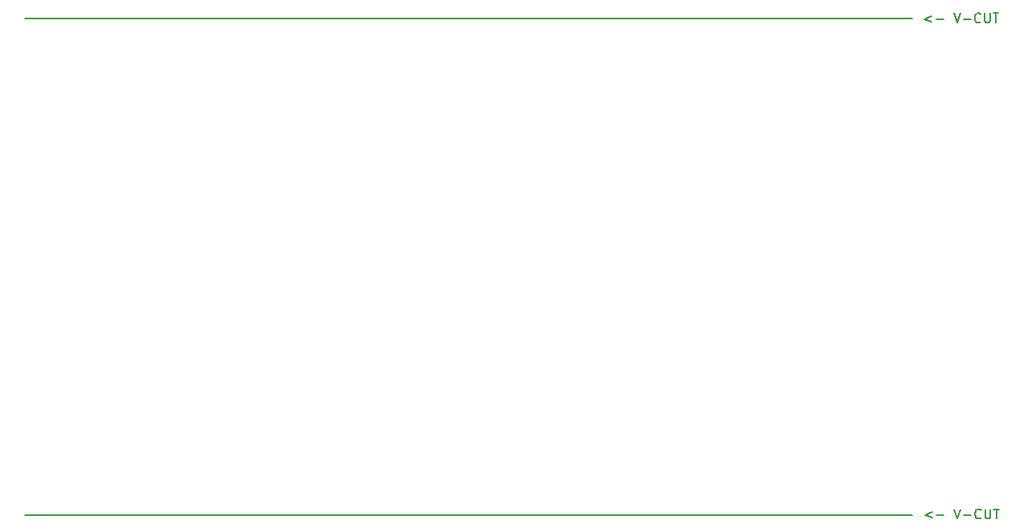
<source format=gko>
G04 #@! TF.GenerationSoftware,KiCad,Pcbnew,(5.1.12)-1*
G04 #@! TF.CreationDate,2023-06-20T10:26:49+09:00*
G04 #@! TF.ProjectId,LED_Sphere_3V-TypeC-Panelized,4c45445f-5370-4686-9572-655f33562d54,rev?*
G04 #@! TF.SameCoordinates,PX5a06e00PY8f0d180*
G04 #@! TF.FileFunction,Other,ECO2*
%FSLAX46Y46*%
G04 Gerber Fmt 4.6, Leading zero omitted, Abs format (unit mm)*
G04 Created by KiCad (PCBNEW (5.1.12)-1) date 2023-06-20 10:26:49*
%MOMM*%
%LPD*%
G01*
G04 APERTURE LIST*
%ADD10C,0.150000*%
G04 APERTURE END LIST*
D10*
X93400000Y20000000D02*
X0Y20000000D01*
X0Y72340000D02*
X93400000Y72340000D01*
X95468571Y20284286D02*
X94706666Y19998572D01*
X95468571Y19712858D01*
X95944761Y19998572D02*
X96706666Y19998572D01*
X97801904Y20617620D02*
X98135238Y19617620D01*
X98468571Y20617620D01*
X98801904Y19998572D02*
X99563809Y19998572D01*
X100611428Y19712858D02*
X100563809Y19665239D01*
X100420952Y19617620D01*
X100325714Y19617620D01*
X100182857Y19665239D01*
X100087619Y19760477D01*
X100040000Y19855715D01*
X99992380Y20046191D01*
X99992380Y20189048D01*
X100040000Y20379524D01*
X100087619Y20474762D01*
X100182857Y20570000D01*
X100325714Y20617620D01*
X100420952Y20617620D01*
X100563809Y20570000D01*
X100611428Y20522381D01*
X101040000Y20617620D02*
X101040000Y19808096D01*
X101087619Y19712858D01*
X101135238Y19665239D01*
X101230476Y19617620D01*
X101420952Y19617620D01*
X101516190Y19665239D01*
X101563809Y19712858D01*
X101611428Y19808096D01*
X101611428Y20617620D01*
X101944761Y20617620D02*
X102516190Y20617620D01*
X102230476Y19617620D02*
X102230476Y20617620D01*
X95418571Y72534286D02*
X94656666Y72248572D01*
X95418571Y71962858D01*
X95894761Y72248572D02*
X96656666Y72248572D01*
X97751904Y72867620D02*
X98085238Y71867620D01*
X98418571Y72867620D01*
X98751904Y72248572D02*
X99513809Y72248572D01*
X100561428Y71962858D02*
X100513809Y71915239D01*
X100370952Y71867620D01*
X100275714Y71867620D01*
X100132857Y71915239D01*
X100037619Y72010477D01*
X99990000Y72105715D01*
X99942380Y72296191D01*
X99942380Y72439048D01*
X99990000Y72629524D01*
X100037619Y72724762D01*
X100132857Y72820000D01*
X100275714Y72867620D01*
X100370952Y72867620D01*
X100513809Y72820000D01*
X100561428Y72772381D01*
X100990000Y72867620D02*
X100990000Y72058096D01*
X101037619Y71962858D01*
X101085238Y71915239D01*
X101180476Y71867620D01*
X101370952Y71867620D01*
X101466190Y71915239D01*
X101513809Y71962858D01*
X101561428Y72058096D01*
X101561428Y72867620D01*
X101894761Y72867620D02*
X102466190Y72867620D01*
X102180476Y71867620D02*
X102180476Y72867620D01*
M02*

</source>
